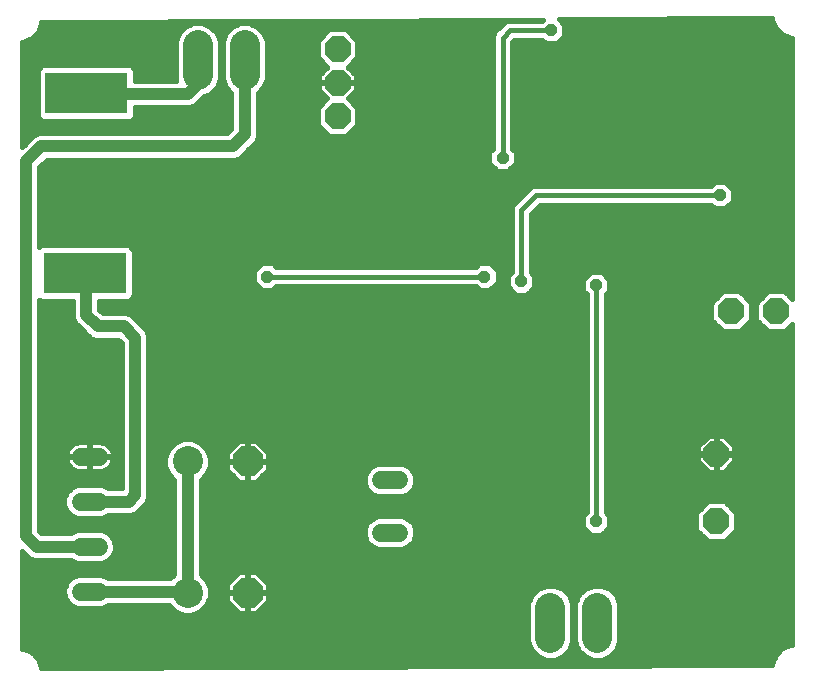
<source format=gbl>
G75*
%MOIN*%
%OFA0B0*%
%FSLAX25Y25*%
%IPPOS*%
%LPD*%
%AMOC8*
5,1,8,0,0,1.08239X$1,22.5*
%
%ADD10R,0.27500X0.13750*%
%ADD11C,0.06000*%
%ADD12C,0.09900*%
%ADD13C,0.10000*%
%ADD14C,0.10000*%
%ADD15OC8,0.10000*%
%ADD16OC8,0.08500*%
%ADD17C,0.01600*%
%ADD18OC8,0.04750*%
%ADD19C,0.04000*%
%ADD20OC8,0.03962*%
D10*
X0029306Y0139931D03*
X0029700Y0199931D03*
D11*
X0027802Y0078775D02*
X0033802Y0078775D01*
X0033802Y0063775D02*
X0027802Y0063775D01*
X0027802Y0048775D02*
X0033802Y0048775D01*
X0033802Y0033775D02*
X0027802Y0033775D01*
X0127950Y0053450D02*
X0133950Y0053450D01*
X0133950Y0070950D02*
X0127950Y0070950D01*
D12*
X0184400Y0028400D02*
X0184400Y0018500D01*
X0200000Y0018500D02*
X0200000Y0028400D01*
X0082500Y0206000D02*
X0082500Y0215900D01*
X0066900Y0215900D02*
X0066900Y0206000D01*
D13*
X0034700Y0199700D02*
X0024700Y0199700D01*
X0024700Y0139700D02*
X0034700Y0139700D01*
D14*
X0063450Y0077200D03*
X0063450Y0033450D03*
D15*
X0083450Y0033450D03*
X0083450Y0077200D03*
D16*
X0113450Y0192200D03*
X0113450Y0203450D03*
X0113450Y0214700D03*
X0244700Y0127200D03*
X0259700Y0127200D03*
X0239700Y0079700D03*
X0239700Y0057200D03*
D17*
X0014756Y0008703D02*
X0013606Y0011480D01*
X0011480Y0013606D01*
X0008703Y0014756D01*
X0008200Y0014756D01*
X0008200Y0047477D01*
X0010633Y0045045D01*
X0012250Y0044375D01*
X0024566Y0044375D01*
X0024744Y0044197D01*
X0026728Y0043375D01*
X0034876Y0043375D01*
X0036861Y0044197D01*
X0038380Y0045716D01*
X0039202Y0047701D01*
X0039202Y0049849D01*
X0038380Y0051834D01*
X0036861Y0053353D01*
X0034876Y0054175D01*
X0026728Y0054175D01*
X0024744Y0053353D01*
X0024566Y0053175D01*
X0014948Y0053175D01*
X0014100Y0054023D01*
X0014100Y0131119D01*
X0014197Y0131022D01*
X0015079Y0130656D01*
X0025300Y0130656D01*
X0025300Y0125075D01*
X0025970Y0123458D01*
X0027208Y0122220D01*
X0030958Y0118470D01*
X0032575Y0117800D01*
X0040377Y0117800D01*
X0041550Y0116627D01*
X0041550Y0068175D01*
X0037039Y0068175D01*
X0036861Y0068353D01*
X0034876Y0069175D01*
X0026728Y0069175D01*
X0024744Y0068353D01*
X0023224Y0066834D01*
X0022402Y0064849D01*
X0022402Y0062701D01*
X0023224Y0060716D01*
X0024744Y0059197D01*
X0026728Y0058375D01*
X0034876Y0058375D01*
X0036861Y0059197D01*
X0037039Y0059375D01*
X0044650Y0059375D01*
X0046267Y0060045D01*
X0048442Y0062220D01*
X0049680Y0063458D01*
X0050350Y0065075D01*
X0050350Y0119325D01*
X0049680Y0120942D01*
X0045930Y0124692D01*
X0044692Y0125930D01*
X0043075Y0126600D01*
X0035273Y0126600D01*
X0034100Y0127773D01*
X0034100Y0130656D01*
X0043534Y0130656D01*
X0044416Y0131022D01*
X0045091Y0131697D01*
X0045456Y0132579D01*
X0045456Y0147284D01*
X0045091Y0148166D01*
X0044416Y0148841D01*
X0043534Y0149206D01*
X0015079Y0149206D01*
X0014197Y0148841D01*
X0014100Y0148744D01*
X0014100Y0175377D01*
X0016523Y0177800D01*
X0079325Y0177800D01*
X0080942Y0178470D01*
X0082180Y0179708D01*
X0086230Y0183758D01*
X0086900Y0185375D01*
X0086900Y0200006D01*
X0088731Y0201837D01*
X0089850Y0204538D01*
X0089850Y0217362D01*
X0088731Y0220063D01*
X0086663Y0222131D01*
X0083962Y0223250D01*
X0081038Y0223250D01*
X0078337Y0222131D01*
X0076269Y0220063D01*
X0075150Y0217362D01*
X0075150Y0204538D01*
X0076269Y0201837D01*
X0078100Y0200006D01*
X0078100Y0188073D01*
X0076627Y0186600D01*
X0013825Y0186600D01*
X0012208Y0185930D01*
X0008200Y0181923D01*
X0008200Y0217144D01*
X0008703Y0217144D01*
X0011480Y0218294D01*
X0013606Y0220420D01*
X0014756Y0223197D01*
X0014756Y0223719D01*
X0182051Y0224497D01*
X0181704Y0224150D01*
X0170313Y0224150D01*
X0169137Y0223663D01*
X0168237Y0222763D01*
X0165737Y0220263D01*
X0165250Y0219087D01*
X0165250Y0181446D01*
X0164069Y0180265D01*
X0164069Y0176635D01*
X0166635Y0174069D01*
X0170265Y0174069D01*
X0172831Y0176635D01*
X0172831Y0180265D01*
X0171650Y0181446D01*
X0171650Y0217125D01*
X0172275Y0217750D01*
X0181704Y0217750D01*
X0182885Y0216569D01*
X0186515Y0216569D01*
X0189081Y0219135D01*
X0189081Y0222765D01*
X0187324Y0224522D01*
X0258394Y0224852D01*
X0258394Y0224447D01*
X0259544Y0221670D01*
X0261670Y0219544D01*
X0264447Y0218394D01*
X0264901Y0218394D01*
X0264901Y0131404D01*
X0262455Y0133850D01*
X0256945Y0133850D01*
X0253050Y0129955D01*
X0253050Y0124445D01*
X0256945Y0120550D01*
X0262455Y0120550D01*
X0264901Y0122996D01*
X0264901Y0016006D01*
X0264447Y0016006D01*
X0261670Y0014856D01*
X0259544Y0012730D01*
X0258394Y0009953D01*
X0258394Y0009392D01*
X0014756Y0008258D01*
X0014756Y0008703D01*
X0014756Y0008594D02*
X0086895Y0008594D01*
X0086267Y0026650D02*
X0083650Y0026650D01*
X0083650Y0033250D01*
X0083650Y0033650D01*
X0090250Y0033650D01*
X0090250Y0036267D01*
X0086267Y0040250D01*
X0083650Y0040250D01*
X0083650Y0033650D01*
X0083250Y0033650D01*
X0083250Y0040250D01*
X0080633Y0040250D01*
X0076650Y0036267D01*
X0076650Y0033650D01*
X0083250Y0033650D01*
X0083250Y0033250D01*
X0083650Y0033250D01*
X0090250Y0033250D01*
X0090250Y0030633D01*
X0086267Y0026650D01*
X0087393Y0027776D02*
X0177050Y0027776D01*
X0177050Y0026178D02*
X0065230Y0026178D01*
X0064922Y0026050D02*
X0067642Y0027177D01*
X0069723Y0029258D01*
X0070850Y0031978D01*
X0070850Y0034922D01*
X0069723Y0037642D01*
X0067850Y0039515D01*
X0067850Y0071135D01*
X0069723Y0073008D01*
X0070850Y0075728D01*
X0070850Y0078672D01*
X0069723Y0081392D01*
X0067642Y0083473D01*
X0064922Y0084600D01*
X0061978Y0084600D01*
X0059258Y0083473D01*
X0057177Y0081392D01*
X0056050Y0078672D01*
X0056050Y0075728D01*
X0057177Y0073008D01*
X0059050Y0071135D01*
X0059050Y0039515D01*
X0057710Y0038175D01*
X0037039Y0038175D01*
X0036861Y0038353D01*
X0034876Y0039175D01*
X0026728Y0039175D01*
X0024744Y0038353D01*
X0023224Y0036834D01*
X0022402Y0034849D01*
X0022402Y0032701D01*
X0023224Y0030716D01*
X0024744Y0029197D01*
X0026728Y0028375D01*
X0034876Y0028375D01*
X0036861Y0029197D01*
X0037039Y0029375D01*
X0057128Y0029375D01*
X0057177Y0029258D01*
X0059258Y0027177D01*
X0061978Y0026050D01*
X0064922Y0026050D01*
X0061670Y0026178D02*
X0008200Y0026178D01*
X0008200Y0027776D02*
X0058659Y0027776D01*
X0057128Y0029375D02*
X0037039Y0029375D01*
X0035381Y0038966D02*
X0058501Y0038966D01*
X0059050Y0040564D02*
X0008200Y0040564D01*
X0008200Y0038966D02*
X0026224Y0038966D01*
X0023758Y0037367D02*
X0008200Y0037367D01*
X0008200Y0035769D02*
X0022783Y0035769D01*
X0022402Y0034170D02*
X0008200Y0034170D01*
X0008200Y0032572D02*
X0022456Y0032572D01*
X0023118Y0030973D02*
X0008200Y0030973D01*
X0008200Y0029375D02*
X0024566Y0029375D01*
X0008200Y0024579D02*
X0177050Y0024579D01*
X0177050Y0022981D02*
X0008200Y0022981D01*
X0008200Y0021382D02*
X0177050Y0021382D01*
X0177050Y0019784D02*
X0008200Y0019784D01*
X0008200Y0018185D02*
X0177050Y0018185D01*
X0177050Y0017038D02*
X0178169Y0014337D01*
X0180237Y0012269D01*
X0182938Y0011150D01*
X0185862Y0011150D01*
X0188563Y0012269D01*
X0190631Y0014337D01*
X0191750Y0017038D01*
X0191750Y0029862D01*
X0190631Y0032563D01*
X0188563Y0034631D01*
X0185862Y0035750D01*
X0182938Y0035750D01*
X0180237Y0034631D01*
X0178169Y0032563D01*
X0177050Y0029862D01*
X0177050Y0017038D01*
X0177237Y0016587D02*
X0008200Y0016587D01*
X0008200Y0014988D02*
X0177899Y0014988D01*
X0179116Y0013390D02*
X0011696Y0013390D01*
X0013295Y0011791D02*
X0181390Y0011791D01*
X0187410Y0011791D02*
X0196990Y0011791D01*
X0195837Y0012269D02*
X0198538Y0011150D01*
X0201462Y0011150D01*
X0204163Y0012269D01*
X0206231Y0014337D01*
X0207350Y0017038D01*
X0207350Y0029862D01*
X0206231Y0032563D01*
X0204163Y0034631D01*
X0201462Y0035750D01*
X0198538Y0035750D01*
X0195837Y0034631D01*
X0193769Y0032563D01*
X0192650Y0029862D01*
X0192650Y0017038D01*
X0193769Y0014337D01*
X0195837Y0012269D01*
X0194716Y0013390D02*
X0189684Y0013390D01*
X0190901Y0014988D02*
X0193499Y0014988D01*
X0192837Y0016587D02*
X0191563Y0016587D01*
X0191750Y0018185D02*
X0192650Y0018185D01*
X0192650Y0019784D02*
X0191750Y0019784D01*
X0191750Y0021382D02*
X0192650Y0021382D01*
X0192650Y0022981D02*
X0191750Y0022981D01*
X0191750Y0024579D02*
X0192650Y0024579D01*
X0192650Y0026178D02*
X0191750Y0026178D01*
X0191750Y0027776D02*
X0192650Y0027776D01*
X0192650Y0029375D02*
X0191750Y0029375D01*
X0191290Y0030973D02*
X0193110Y0030973D01*
X0193777Y0032572D02*
X0190623Y0032572D01*
X0189024Y0034170D02*
X0195376Y0034170D01*
X0204624Y0034170D02*
X0264901Y0034170D01*
X0264901Y0032572D02*
X0206223Y0032572D01*
X0206890Y0030973D02*
X0264901Y0030973D01*
X0264901Y0029375D02*
X0207350Y0029375D01*
X0207350Y0027776D02*
X0264901Y0027776D01*
X0264901Y0026178D02*
X0207350Y0026178D01*
X0207350Y0024579D02*
X0264901Y0024579D01*
X0264901Y0022981D02*
X0207350Y0022981D01*
X0207350Y0021382D02*
X0264901Y0021382D01*
X0264901Y0019784D02*
X0207350Y0019784D01*
X0207350Y0018185D02*
X0264901Y0018185D01*
X0264901Y0016587D02*
X0207163Y0016587D01*
X0206501Y0014988D02*
X0261990Y0014988D01*
X0260204Y0013390D02*
X0205284Y0013390D01*
X0203010Y0011791D02*
X0259155Y0011791D01*
X0258493Y0010193D02*
X0014139Y0010193D01*
X0008200Y0042163D02*
X0059050Y0042163D01*
X0059050Y0043761D02*
X0035810Y0043761D01*
X0038024Y0045360D02*
X0059050Y0045360D01*
X0059050Y0046958D02*
X0038895Y0046958D01*
X0039202Y0048557D02*
X0059050Y0048557D01*
X0059050Y0050155D02*
X0039075Y0050155D01*
X0038413Y0051754D02*
X0059050Y0051754D01*
X0059050Y0053352D02*
X0036862Y0053352D01*
X0045547Y0059746D02*
X0059050Y0059746D01*
X0059050Y0058148D02*
X0014100Y0058148D01*
X0014100Y0059746D02*
X0024194Y0059746D01*
X0022964Y0061345D02*
X0014100Y0061345D01*
X0014100Y0062943D02*
X0022402Y0062943D01*
X0022402Y0064542D02*
X0014100Y0064542D01*
X0014100Y0066140D02*
X0022937Y0066140D01*
X0024130Y0067739D02*
X0014100Y0067739D01*
X0014100Y0069337D02*
X0041550Y0069337D01*
X0041550Y0070936D02*
X0014100Y0070936D01*
X0014100Y0072534D02*
X0041550Y0072534D01*
X0041550Y0074133D02*
X0035049Y0074133D01*
X0034926Y0074093D02*
X0035645Y0074326D01*
X0036318Y0074669D01*
X0036929Y0075114D01*
X0037464Y0075648D01*
X0037908Y0076259D01*
X0038251Y0076932D01*
X0038484Y0077651D01*
X0038602Y0078397D01*
X0038602Y0078575D01*
X0031002Y0078575D01*
X0031002Y0073975D01*
X0034180Y0073975D01*
X0034926Y0074093D01*
X0037524Y0075732D02*
X0041550Y0075732D01*
X0041550Y0077330D02*
X0038380Y0077330D01*
X0038602Y0078975D02*
X0038602Y0079153D01*
X0038484Y0079899D01*
X0038251Y0080617D01*
X0037908Y0081291D01*
X0037464Y0081902D01*
X0036929Y0082436D01*
X0036318Y0082880D01*
X0035645Y0083223D01*
X0034926Y0083457D01*
X0034180Y0083575D01*
X0031002Y0083575D01*
X0031002Y0078975D01*
X0030602Y0078975D01*
X0030602Y0078575D01*
X0023002Y0078575D01*
X0023002Y0078397D01*
X0023121Y0077651D01*
X0023354Y0076932D01*
X0023697Y0076259D01*
X0024141Y0075648D01*
X0024675Y0075114D01*
X0025287Y0074669D01*
X0025960Y0074326D01*
X0026678Y0074093D01*
X0027425Y0073975D01*
X0030602Y0073975D01*
X0030602Y0078575D01*
X0031002Y0078575D01*
X0031002Y0078975D01*
X0038602Y0078975D01*
X0038280Y0080527D02*
X0041550Y0080527D01*
X0041550Y0078929D02*
X0031002Y0078929D01*
X0030602Y0078929D02*
X0014100Y0078929D01*
X0014100Y0080527D02*
X0023325Y0080527D01*
X0023354Y0080617D02*
X0023121Y0079899D01*
X0023002Y0079153D01*
X0023002Y0078975D01*
X0030602Y0078975D01*
X0030602Y0083575D01*
X0027425Y0083575D01*
X0026678Y0083457D01*
X0025960Y0083223D01*
X0025287Y0082880D01*
X0024675Y0082436D01*
X0024141Y0081902D01*
X0023697Y0081291D01*
X0023354Y0080617D01*
X0024365Y0082126D02*
X0014100Y0082126D01*
X0014100Y0083724D02*
X0041550Y0083724D01*
X0041550Y0082126D02*
X0037240Y0082126D01*
X0041550Y0085323D02*
X0014100Y0085323D01*
X0014100Y0086921D02*
X0041550Y0086921D01*
X0041550Y0088520D02*
X0014100Y0088520D01*
X0014100Y0090118D02*
X0041550Y0090118D01*
X0041550Y0091717D02*
X0014100Y0091717D01*
X0014100Y0093315D02*
X0041550Y0093315D01*
X0041550Y0094914D02*
X0014100Y0094914D01*
X0014100Y0096512D02*
X0041550Y0096512D01*
X0041550Y0098111D02*
X0014100Y0098111D01*
X0014100Y0099709D02*
X0041550Y0099709D01*
X0041550Y0101308D02*
X0014100Y0101308D01*
X0014100Y0102906D02*
X0041550Y0102906D01*
X0041550Y0104505D02*
X0014100Y0104505D01*
X0014100Y0106103D02*
X0041550Y0106103D01*
X0041550Y0107702D02*
X0014100Y0107702D01*
X0014100Y0109300D02*
X0041550Y0109300D01*
X0041550Y0110899D02*
X0014100Y0110899D01*
X0014100Y0112497D02*
X0041550Y0112497D01*
X0041550Y0114096D02*
X0014100Y0114096D01*
X0014100Y0115694D02*
X0041550Y0115694D01*
X0040885Y0117293D02*
X0014100Y0117293D01*
X0014100Y0118891D02*
X0030536Y0118891D01*
X0028938Y0120490D02*
X0014100Y0120490D01*
X0014100Y0122088D02*
X0027339Y0122088D01*
X0025875Y0123687D02*
X0014100Y0123687D01*
X0014100Y0125285D02*
X0025300Y0125285D01*
X0025300Y0126884D02*
X0014100Y0126884D01*
X0014100Y0128482D02*
X0025300Y0128482D01*
X0025300Y0130081D02*
X0014100Y0130081D01*
X0034100Y0130081D02*
X0196500Y0130081D01*
X0196500Y0131679D02*
X0045074Y0131679D01*
X0045456Y0133278D02*
X0172426Y0133278D01*
X0172885Y0132819D02*
X0170319Y0135385D01*
X0170319Y0139015D01*
X0171500Y0140196D01*
X0171500Y0161587D01*
X0171987Y0162763D01*
X0176987Y0167763D01*
X0177887Y0168663D01*
X0179063Y0169150D01*
X0237954Y0169150D01*
X0239135Y0170331D01*
X0242765Y0170331D01*
X0245331Y0167765D01*
X0245331Y0164135D01*
X0242765Y0161569D01*
X0239135Y0161569D01*
X0237954Y0162750D01*
X0181025Y0162750D01*
X0177900Y0159625D01*
X0177900Y0140196D01*
X0179081Y0139015D01*
X0179081Y0135385D01*
X0176515Y0132819D01*
X0172885Y0132819D01*
X0170828Y0134876D02*
X0164694Y0134876D01*
X0164251Y0134433D02*
X0166817Y0136999D01*
X0166817Y0140629D01*
X0164251Y0143195D01*
X0160622Y0143195D01*
X0159440Y0142014D01*
X0092991Y0142014D01*
X0091810Y0143195D01*
X0088181Y0143195D01*
X0085614Y0140629D01*
X0085614Y0136999D01*
X0088181Y0134433D01*
X0091810Y0134433D01*
X0092991Y0135614D01*
X0159440Y0135614D01*
X0160622Y0134433D01*
X0164251Y0134433D01*
X0166293Y0136475D02*
X0170319Y0136475D01*
X0170319Y0138073D02*
X0166817Y0138073D01*
X0166817Y0139672D02*
X0170976Y0139672D01*
X0171500Y0141270D02*
X0166176Y0141270D01*
X0164577Y0142869D02*
X0171500Y0142869D01*
X0171500Y0144468D02*
X0045456Y0144468D01*
X0045456Y0146066D02*
X0171500Y0146066D01*
X0171500Y0147665D02*
X0045299Y0147665D01*
X0045456Y0142869D02*
X0087854Y0142869D01*
X0086256Y0141270D02*
X0045456Y0141270D01*
X0045456Y0139672D02*
X0085614Y0139672D01*
X0085614Y0138073D02*
X0045456Y0138073D01*
X0045456Y0136475D02*
X0086139Y0136475D01*
X0087737Y0134876D02*
X0045456Y0134876D01*
X0045337Y0125285D02*
X0196500Y0125285D01*
X0196500Y0123687D02*
X0046936Y0123687D01*
X0048534Y0122088D02*
X0196500Y0122088D01*
X0196500Y0120490D02*
X0049868Y0120490D01*
X0050350Y0118891D02*
X0196500Y0118891D01*
X0196500Y0117293D02*
X0050350Y0117293D01*
X0050350Y0115694D02*
X0196500Y0115694D01*
X0196500Y0114096D02*
X0050350Y0114096D01*
X0050350Y0112497D02*
X0196500Y0112497D01*
X0196500Y0110899D02*
X0050350Y0110899D01*
X0050350Y0109300D02*
X0196500Y0109300D01*
X0196500Y0107702D02*
X0050350Y0107702D01*
X0050350Y0106103D02*
X0196500Y0106103D01*
X0196500Y0104505D02*
X0050350Y0104505D01*
X0050350Y0102906D02*
X0196500Y0102906D01*
X0196500Y0101308D02*
X0050350Y0101308D01*
X0050350Y0099709D02*
X0196500Y0099709D01*
X0196500Y0098111D02*
X0050350Y0098111D01*
X0050350Y0096512D02*
X0196500Y0096512D01*
X0196500Y0094914D02*
X0050350Y0094914D01*
X0050350Y0093315D02*
X0196500Y0093315D01*
X0196500Y0091717D02*
X0050350Y0091717D01*
X0050350Y0090118D02*
X0196500Y0090118D01*
X0196500Y0088520D02*
X0050350Y0088520D01*
X0050350Y0086921D02*
X0196500Y0086921D01*
X0196500Y0085323D02*
X0050350Y0085323D01*
X0050350Y0083724D02*
X0059863Y0083724D01*
X0057910Y0082126D02*
X0050350Y0082126D01*
X0050350Y0080527D02*
X0056818Y0080527D01*
X0056156Y0078929D02*
X0050350Y0078929D01*
X0050350Y0077330D02*
X0056050Y0077330D01*
X0056050Y0075732D02*
X0050350Y0075732D01*
X0050350Y0074133D02*
X0056711Y0074133D01*
X0057650Y0072534D02*
X0050350Y0072534D01*
X0050350Y0070936D02*
X0059050Y0070936D01*
X0059050Y0069337D02*
X0050350Y0069337D01*
X0050350Y0067739D02*
X0059050Y0067739D01*
X0059050Y0066140D02*
X0050350Y0066140D01*
X0050129Y0064542D02*
X0059050Y0064542D01*
X0059050Y0062943D02*
X0049166Y0062943D01*
X0047567Y0061345D02*
X0059050Y0061345D01*
X0059050Y0056549D02*
X0014100Y0056549D01*
X0014100Y0054951D02*
X0059050Y0054951D01*
X0067850Y0054951D02*
X0122727Y0054951D01*
X0122550Y0054524D02*
X0122550Y0052376D01*
X0123372Y0050391D01*
X0124891Y0048872D01*
X0126876Y0048050D01*
X0135024Y0048050D01*
X0137009Y0048872D01*
X0138528Y0050391D01*
X0139350Y0052376D01*
X0139350Y0054524D01*
X0138528Y0056509D01*
X0137009Y0058028D01*
X0135024Y0058850D01*
X0126876Y0058850D01*
X0124891Y0058028D01*
X0123372Y0056509D01*
X0122550Y0054524D01*
X0122550Y0053352D02*
X0067850Y0053352D01*
X0067850Y0051754D02*
X0122808Y0051754D01*
X0123608Y0050155D02*
X0067850Y0050155D01*
X0067850Y0048557D02*
X0125652Y0048557D01*
X0136248Y0048557D02*
X0264901Y0048557D01*
X0264901Y0050155D02*
X0138292Y0050155D01*
X0139092Y0051754D02*
X0235742Y0051754D01*
X0236945Y0050550D02*
X0233050Y0054445D01*
X0233050Y0059955D01*
X0236945Y0063850D01*
X0242455Y0063850D01*
X0246350Y0059955D01*
X0246350Y0054445D01*
X0242455Y0050550D01*
X0236945Y0050550D01*
X0234143Y0053352D02*
X0202048Y0053352D01*
X0201515Y0052819D02*
X0204081Y0055385D01*
X0204081Y0059015D01*
X0202900Y0060196D01*
X0202900Y0132954D01*
X0204081Y0134135D01*
X0204081Y0137765D01*
X0201515Y0140331D01*
X0197885Y0140331D01*
X0195319Y0137765D01*
X0195319Y0134135D01*
X0196500Y0132954D01*
X0196500Y0060196D01*
X0195319Y0059015D01*
X0195319Y0055385D01*
X0197885Y0052819D01*
X0201515Y0052819D01*
X0203647Y0054951D02*
X0233050Y0054951D01*
X0233050Y0056549D02*
X0204081Y0056549D01*
X0204081Y0058148D02*
X0233050Y0058148D01*
X0233050Y0059746D02*
X0203349Y0059746D01*
X0202900Y0061345D02*
X0234440Y0061345D01*
X0236039Y0062943D02*
X0202900Y0062943D01*
X0202900Y0064542D02*
X0264901Y0064542D01*
X0264901Y0066140D02*
X0202900Y0066140D01*
X0202900Y0067739D02*
X0264901Y0067739D01*
X0264901Y0069337D02*
X0202900Y0069337D01*
X0202900Y0070936D02*
X0264901Y0070936D01*
X0264901Y0072534D02*
X0202900Y0072534D01*
X0202900Y0074133D02*
X0236711Y0074133D01*
X0237194Y0073650D02*
X0239500Y0073650D01*
X0239500Y0079500D01*
X0239900Y0079500D01*
X0239900Y0079900D01*
X0245750Y0079900D01*
X0245750Y0082206D01*
X0242206Y0085750D01*
X0239900Y0085750D01*
X0239900Y0079900D01*
X0239500Y0079900D01*
X0239500Y0085750D01*
X0237194Y0085750D01*
X0233650Y0082206D01*
X0233650Y0079900D01*
X0239500Y0079900D01*
X0239500Y0079500D01*
X0233650Y0079500D01*
X0233650Y0077194D01*
X0237194Y0073650D01*
X0239500Y0074133D02*
X0239900Y0074133D01*
X0239900Y0073650D02*
X0242206Y0073650D01*
X0245750Y0077194D01*
X0245750Y0079500D01*
X0239900Y0079500D01*
X0239900Y0073650D01*
X0239900Y0075732D02*
X0239500Y0075732D01*
X0239500Y0077330D02*
X0239900Y0077330D01*
X0239900Y0078929D02*
X0239500Y0078929D01*
X0239500Y0080527D02*
X0239900Y0080527D01*
X0239900Y0082126D02*
X0239500Y0082126D01*
X0239500Y0083724D02*
X0239900Y0083724D01*
X0239900Y0085323D02*
X0239500Y0085323D01*
X0236767Y0085323D02*
X0202900Y0085323D01*
X0202900Y0086921D02*
X0264901Y0086921D01*
X0264901Y0085323D02*
X0242633Y0085323D01*
X0244232Y0083724D02*
X0264901Y0083724D01*
X0264901Y0082126D02*
X0245750Y0082126D01*
X0245750Y0080527D02*
X0264901Y0080527D01*
X0264901Y0078929D02*
X0245750Y0078929D01*
X0245750Y0077330D02*
X0264901Y0077330D01*
X0264901Y0075732D02*
X0244287Y0075732D01*
X0242689Y0074133D02*
X0264901Y0074133D01*
X0264901Y0062943D02*
X0243361Y0062943D01*
X0244960Y0061345D02*
X0264901Y0061345D01*
X0264901Y0059746D02*
X0246350Y0059746D01*
X0246350Y0058148D02*
X0264901Y0058148D01*
X0264901Y0056549D02*
X0246350Y0056549D01*
X0246350Y0054951D02*
X0264901Y0054951D01*
X0264901Y0053352D02*
X0245257Y0053352D01*
X0243658Y0051754D02*
X0264901Y0051754D01*
X0264901Y0046958D02*
X0067850Y0046958D01*
X0067850Y0045360D02*
X0264901Y0045360D01*
X0264901Y0043761D02*
X0067850Y0043761D01*
X0067850Y0042163D02*
X0264901Y0042163D01*
X0264901Y0040564D02*
X0067850Y0040564D01*
X0068399Y0038966D02*
X0079349Y0038966D01*
X0077751Y0037367D02*
X0069837Y0037367D01*
X0070499Y0035769D02*
X0076650Y0035769D01*
X0076650Y0034170D02*
X0070850Y0034170D01*
X0070850Y0032572D02*
X0076650Y0032572D01*
X0076650Y0033250D02*
X0076650Y0030633D01*
X0080633Y0026650D01*
X0083250Y0026650D01*
X0083250Y0033250D01*
X0076650Y0033250D01*
X0076650Y0030973D02*
X0070434Y0030973D01*
X0069772Y0029375D02*
X0077909Y0029375D01*
X0079507Y0027776D02*
X0068241Y0027776D01*
X0083250Y0027776D02*
X0083650Y0027776D01*
X0083650Y0029375D02*
X0083250Y0029375D01*
X0083250Y0030973D02*
X0083650Y0030973D01*
X0083650Y0032572D02*
X0083250Y0032572D01*
X0083250Y0034170D02*
X0083650Y0034170D01*
X0083650Y0035769D02*
X0083250Y0035769D01*
X0083250Y0037367D02*
X0083650Y0037367D01*
X0083650Y0038966D02*
X0083250Y0038966D01*
X0087551Y0038966D02*
X0264901Y0038966D01*
X0264901Y0037367D02*
X0089149Y0037367D01*
X0090250Y0035769D02*
X0264901Y0035769D01*
X0235112Y0075732D02*
X0202900Y0075732D01*
X0202900Y0077330D02*
X0233650Y0077330D01*
X0233650Y0078929D02*
X0202900Y0078929D01*
X0202900Y0080527D02*
X0233650Y0080527D01*
X0233650Y0082126D02*
X0202900Y0082126D01*
X0202900Y0083724D02*
X0235168Y0083724D01*
X0264901Y0088520D02*
X0202900Y0088520D01*
X0202900Y0090118D02*
X0264901Y0090118D01*
X0264901Y0091717D02*
X0202900Y0091717D01*
X0202900Y0093315D02*
X0264901Y0093315D01*
X0264901Y0094914D02*
X0202900Y0094914D01*
X0202900Y0096512D02*
X0264901Y0096512D01*
X0264901Y0098111D02*
X0202900Y0098111D01*
X0202900Y0099709D02*
X0264901Y0099709D01*
X0264901Y0101308D02*
X0202900Y0101308D01*
X0202900Y0102906D02*
X0264901Y0102906D01*
X0264901Y0104505D02*
X0202900Y0104505D01*
X0202900Y0106103D02*
X0264901Y0106103D01*
X0264901Y0107702D02*
X0202900Y0107702D01*
X0202900Y0109300D02*
X0264901Y0109300D01*
X0264901Y0110899D02*
X0202900Y0110899D01*
X0202900Y0112497D02*
X0264901Y0112497D01*
X0264901Y0114096D02*
X0202900Y0114096D01*
X0202900Y0115694D02*
X0264901Y0115694D01*
X0264901Y0117293D02*
X0202900Y0117293D01*
X0202900Y0118891D02*
X0264901Y0118891D01*
X0264901Y0120490D02*
X0202900Y0120490D01*
X0202900Y0122088D02*
X0240407Y0122088D01*
X0241945Y0120550D02*
X0238050Y0124445D01*
X0238050Y0129955D01*
X0241945Y0133850D01*
X0247455Y0133850D01*
X0251350Y0129955D01*
X0251350Y0124445D01*
X0247455Y0120550D01*
X0241945Y0120550D01*
X0238809Y0123687D02*
X0202900Y0123687D01*
X0202900Y0125285D02*
X0238050Y0125285D01*
X0238050Y0126884D02*
X0202900Y0126884D01*
X0202900Y0128482D02*
X0238050Y0128482D01*
X0238176Y0130081D02*
X0202900Y0130081D01*
X0202900Y0131679D02*
X0239775Y0131679D01*
X0241373Y0133278D02*
X0203224Y0133278D01*
X0204081Y0134876D02*
X0264901Y0134876D01*
X0264901Y0133278D02*
X0263027Y0133278D01*
X0264625Y0131679D02*
X0264901Y0131679D01*
X0264901Y0136475D02*
X0204081Y0136475D01*
X0203772Y0138073D02*
X0264901Y0138073D01*
X0264901Y0139672D02*
X0202174Y0139672D01*
X0199700Y0135950D02*
X0199700Y0057200D01*
X0195319Y0056549D02*
X0138487Y0056549D01*
X0139173Y0054951D02*
X0195753Y0054951D01*
X0197352Y0053352D02*
X0139350Y0053352D01*
X0136719Y0058148D02*
X0195319Y0058148D01*
X0196051Y0059746D02*
X0067850Y0059746D01*
X0067850Y0058148D02*
X0125181Y0058148D01*
X0123413Y0056549D02*
X0067850Y0056549D01*
X0067850Y0061345D02*
X0196500Y0061345D01*
X0196500Y0062943D02*
X0067850Y0062943D01*
X0067850Y0064542D02*
X0196500Y0064542D01*
X0196500Y0066140D02*
X0136450Y0066140D01*
X0137009Y0066372D02*
X0135024Y0065550D01*
X0126876Y0065550D01*
X0124891Y0066372D01*
X0123372Y0067891D01*
X0122550Y0069876D01*
X0122550Y0072024D01*
X0123372Y0074009D01*
X0124891Y0075528D01*
X0126876Y0076350D01*
X0135024Y0076350D01*
X0137009Y0075528D01*
X0138528Y0074009D01*
X0139350Y0072024D01*
X0139350Y0069876D01*
X0138528Y0067891D01*
X0137009Y0066372D01*
X0138376Y0067739D02*
X0196500Y0067739D01*
X0196500Y0069337D02*
X0139127Y0069337D01*
X0139350Y0070936D02*
X0196500Y0070936D01*
X0196500Y0072534D02*
X0139139Y0072534D01*
X0138404Y0074133D02*
X0196500Y0074133D01*
X0196500Y0075732D02*
X0136517Y0075732D01*
X0125383Y0075732D02*
X0090250Y0075732D01*
X0090250Y0077000D02*
X0090250Y0074383D01*
X0086267Y0070400D01*
X0083650Y0070400D01*
X0083650Y0077000D01*
X0083650Y0077400D01*
X0090250Y0077400D01*
X0090250Y0080017D01*
X0086267Y0084000D01*
X0083650Y0084000D01*
X0083650Y0077400D01*
X0083250Y0077400D01*
X0083250Y0084000D01*
X0080633Y0084000D01*
X0076650Y0080017D01*
X0076650Y0077400D01*
X0083250Y0077400D01*
X0083250Y0077000D01*
X0083650Y0077000D01*
X0090250Y0077000D01*
X0090250Y0078929D02*
X0196500Y0078929D01*
X0196500Y0080527D02*
X0089740Y0080527D01*
X0088141Y0082126D02*
X0196500Y0082126D01*
X0196500Y0083724D02*
X0086543Y0083724D01*
X0083650Y0083724D02*
X0083250Y0083724D01*
X0083250Y0082126D02*
X0083650Y0082126D01*
X0083650Y0080527D02*
X0083250Y0080527D01*
X0083250Y0078929D02*
X0083650Y0078929D01*
X0083650Y0077330D02*
X0196500Y0077330D01*
X0179776Y0034170D02*
X0090250Y0034170D01*
X0090250Y0032572D02*
X0178177Y0032572D01*
X0177510Y0030973D02*
X0090250Y0030973D01*
X0088991Y0029375D02*
X0177050Y0029375D01*
X0125450Y0066140D02*
X0067850Y0066140D01*
X0067850Y0067739D02*
X0123524Y0067739D01*
X0122773Y0069337D02*
X0067850Y0069337D01*
X0067850Y0070936D02*
X0080097Y0070936D01*
X0080633Y0070400D02*
X0083250Y0070400D01*
X0083250Y0077000D01*
X0076650Y0077000D01*
X0076650Y0074383D01*
X0080633Y0070400D01*
X0083250Y0070936D02*
X0083650Y0070936D01*
X0083650Y0072534D02*
X0083250Y0072534D01*
X0083250Y0074133D02*
X0083650Y0074133D01*
X0083650Y0075732D02*
X0083250Y0075732D01*
X0083250Y0077330D02*
X0070850Y0077330D01*
X0070850Y0075732D02*
X0076650Y0075732D01*
X0076900Y0074133D02*
X0070189Y0074133D01*
X0069250Y0072534D02*
X0078499Y0072534D01*
X0076650Y0078929D02*
X0070744Y0078929D01*
X0070082Y0080527D02*
X0077160Y0080527D01*
X0078759Y0082126D02*
X0068990Y0082126D01*
X0067037Y0083724D02*
X0080357Y0083724D01*
X0090000Y0074133D02*
X0123496Y0074133D01*
X0122761Y0072534D02*
X0088401Y0072534D01*
X0086803Y0070936D02*
X0122550Y0070936D01*
X0092253Y0134876D02*
X0160178Y0134876D01*
X0162436Y0138814D02*
X0089995Y0138814D01*
X0092136Y0142869D02*
X0160295Y0142869D01*
X0171500Y0149263D02*
X0014100Y0149263D01*
X0014100Y0150862D02*
X0171500Y0150862D01*
X0171500Y0152460D02*
X0014100Y0152460D01*
X0014100Y0154059D02*
X0171500Y0154059D01*
X0171500Y0155657D02*
X0014100Y0155657D01*
X0014100Y0157256D02*
X0171500Y0157256D01*
X0171500Y0158854D02*
X0014100Y0158854D01*
X0014100Y0160453D02*
X0171500Y0160453D01*
X0171692Y0162051D02*
X0014100Y0162051D01*
X0014100Y0163650D02*
X0172874Y0163650D01*
X0174473Y0165248D02*
X0014100Y0165248D01*
X0014100Y0166847D02*
X0176071Y0166847D01*
X0177670Y0168445D02*
X0014100Y0168445D01*
X0014100Y0170044D02*
X0238848Y0170044D01*
X0243052Y0170044D02*
X0264901Y0170044D01*
X0264901Y0171642D02*
X0014100Y0171642D01*
X0014100Y0173241D02*
X0264901Y0173241D01*
X0264901Y0174839D02*
X0171035Y0174839D01*
X0172634Y0176438D02*
X0264901Y0176438D01*
X0264901Y0178036D02*
X0172831Y0178036D01*
X0172831Y0179635D02*
X0264901Y0179635D01*
X0264901Y0181233D02*
X0171863Y0181233D01*
X0171650Y0182832D02*
X0264901Y0182832D01*
X0264901Y0184430D02*
X0171650Y0184430D01*
X0171650Y0186029D02*
X0264901Y0186029D01*
X0264901Y0187627D02*
X0171650Y0187627D01*
X0171650Y0189226D02*
X0264901Y0189226D01*
X0264901Y0190824D02*
X0171650Y0190824D01*
X0171650Y0192423D02*
X0264901Y0192423D01*
X0264901Y0194021D02*
X0171650Y0194021D01*
X0171650Y0195620D02*
X0264901Y0195620D01*
X0264901Y0197218D02*
X0171650Y0197218D01*
X0171650Y0198817D02*
X0264901Y0198817D01*
X0264901Y0200415D02*
X0171650Y0200415D01*
X0171650Y0202014D02*
X0264901Y0202014D01*
X0264901Y0203612D02*
X0171650Y0203612D01*
X0171650Y0205211D02*
X0264901Y0205211D01*
X0264901Y0206809D02*
X0171650Y0206809D01*
X0171650Y0208408D02*
X0264901Y0208408D01*
X0264901Y0210006D02*
X0171650Y0210006D01*
X0171650Y0211605D02*
X0264901Y0211605D01*
X0264901Y0213203D02*
X0171650Y0213203D01*
X0171650Y0214802D02*
X0264901Y0214802D01*
X0264901Y0216401D02*
X0171650Y0216401D01*
X0168450Y0218450D02*
X0170950Y0220950D01*
X0184700Y0220950D01*
X0187945Y0217999D02*
X0264901Y0217999D01*
X0261617Y0219598D02*
X0189081Y0219598D01*
X0189081Y0221196D02*
X0260018Y0221196D01*
X0259079Y0222795D02*
X0189051Y0222795D01*
X0187453Y0224393D02*
X0258416Y0224393D01*
X0264901Y0168445D02*
X0244651Y0168445D01*
X0245331Y0166847D02*
X0264901Y0166847D01*
X0264901Y0165248D02*
X0245331Y0165248D01*
X0244845Y0163650D02*
X0264901Y0163650D01*
X0264901Y0162051D02*
X0243247Y0162051D01*
X0240950Y0165950D02*
X0179700Y0165950D01*
X0174700Y0160950D01*
X0174700Y0137200D01*
X0176974Y0133278D02*
X0196176Y0133278D01*
X0195319Y0134876D02*
X0178572Y0134876D01*
X0179081Y0136475D02*
X0195319Y0136475D01*
X0195628Y0138073D02*
X0179081Y0138073D01*
X0178424Y0139672D02*
X0197226Y0139672D01*
X0196500Y0128482D02*
X0034100Y0128482D01*
X0034989Y0126884D02*
X0196500Y0126884D01*
X0177900Y0141270D02*
X0264901Y0141270D01*
X0264901Y0142869D02*
X0177900Y0142869D01*
X0177900Y0144468D02*
X0264901Y0144468D01*
X0264901Y0146066D02*
X0177900Y0146066D01*
X0177900Y0147665D02*
X0264901Y0147665D01*
X0264901Y0149263D02*
X0177900Y0149263D01*
X0177900Y0150862D02*
X0264901Y0150862D01*
X0264901Y0152460D02*
X0177900Y0152460D01*
X0177900Y0154059D02*
X0264901Y0154059D01*
X0264901Y0155657D02*
X0177900Y0155657D01*
X0177900Y0157256D02*
X0264901Y0157256D01*
X0264901Y0158854D02*
X0177900Y0158854D01*
X0178728Y0160453D02*
X0264901Y0160453D01*
X0238653Y0162051D02*
X0180327Y0162051D01*
X0165865Y0174839D02*
X0014100Y0174839D01*
X0015160Y0176438D02*
X0164266Y0176438D01*
X0164069Y0178036D02*
X0079896Y0178036D01*
X0082107Y0179635D02*
X0164069Y0179635D01*
X0165037Y0181233D02*
X0083706Y0181233D01*
X0085304Y0182832D02*
X0165250Y0182832D01*
X0165250Y0184430D02*
X0086509Y0184430D01*
X0086900Y0186029D02*
X0110217Y0186029D01*
X0110695Y0185550D02*
X0116205Y0185550D01*
X0120100Y0189445D01*
X0120100Y0194955D01*
X0116805Y0198249D01*
X0119500Y0200944D01*
X0119500Y0203250D01*
X0113650Y0203250D01*
X0113650Y0203650D01*
X0119500Y0203650D01*
X0119500Y0205956D01*
X0116805Y0208651D01*
X0120100Y0211945D01*
X0120100Y0217455D01*
X0116205Y0221350D01*
X0110695Y0221350D01*
X0106800Y0217455D01*
X0106800Y0211945D01*
X0110095Y0208651D01*
X0107400Y0205956D01*
X0107400Y0203650D01*
X0113250Y0203650D01*
X0113250Y0203250D01*
X0107400Y0203250D01*
X0107400Y0200944D01*
X0110095Y0198249D01*
X0106800Y0194955D01*
X0106800Y0189445D01*
X0110695Y0185550D01*
X0108618Y0187627D02*
X0086900Y0187627D01*
X0086900Y0189226D02*
X0107020Y0189226D01*
X0106800Y0190824D02*
X0086900Y0190824D01*
X0086900Y0192423D02*
X0106800Y0192423D01*
X0106800Y0194021D02*
X0086900Y0194021D01*
X0086900Y0195620D02*
X0107465Y0195620D01*
X0109064Y0197218D02*
X0086900Y0197218D01*
X0086900Y0198817D02*
X0109527Y0198817D01*
X0107929Y0200415D02*
X0087310Y0200415D01*
X0088804Y0202014D02*
X0107400Y0202014D01*
X0107400Y0205211D02*
X0089850Y0205211D01*
X0089850Y0206809D02*
X0108253Y0206809D01*
X0109852Y0208408D02*
X0089850Y0208408D01*
X0089850Y0210006D02*
X0108739Y0210006D01*
X0107141Y0211605D02*
X0089850Y0211605D01*
X0089850Y0213203D02*
X0106800Y0213203D01*
X0106800Y0214802D02*
X0089850Y0214802D01*
X0089850Y0216401D02*
X0106800Y0216401D01*
X0107345Y0217999D02*
X0089586Y0217999D01*
X0088924Y0219598D02*
X0108943Y0219598D01*
X0110542Y0221196D02*
X0087598Y0221196D01*
X0085062Y0222795D02*
X0168269Y0222795D01*
X0166671Y0221196D02*
X0116358Y0221196D01*
X0117957Y0219598D02*
X0165462Y0219598D01*
X0165250Y0217999D02*
X0119555Y0217999D01*
X0120100Y0216401D02*
X0165250Y0216401D01*
X0165250Y0214802D02*
X0120100Y0214802D01*
X0120100Y0213203D02*
X0165250Y0213203D01*
X0165250Y0211605D02*
X0119759Y0211605D01*
X0118161Y0210006D02*
X0165250Y0210006D01*
X0165250Y0208408D02*
X0117048Y0208408D01*
X0118647Y0206809D02*
X0165250Y0206809D01*
X0165250Y0205211D02*
X0119500Y0205211D01*
X0119500Y0202014D02*
X0165250Y0202014D01*
X0165250Y0203612D02*
X0113650Y0203612D01*
X0113250Y0203612D02*
X0089467Y0203612D01*
X0077690Y0200415D02*
X0071710Y0200415D01*
X0071063Y0199769D02*
X0073131Y0201837D01*
X0074250Y0204538D01*
X0074250Y0217362D01*
X0073131Y0220063D01*
X0071063Y0222131D01*
X0068362Y0223250D01*
X0065438Y0223250D01*
X0062737Y0222131D01*
X0060669Y0220063D01*
X0059550Y0217362D01*
X0059550Y0204538D01*
X0059731Y0204100D01*
X0045850Y0204100D01*
X0045850Y0207284D01*
X0045485Y0208166D01*
X0044809Y0208841D01*
X0043927Y0209206D01*
X0015473Y0209206D01*
X0014591Y0208841D01*
X0013915Y0208166D01*
X0013550Y0207284D01*
X0013550Y0192579D01*
X0013915Y0191697D01*
X0014591Y0191022D01*
X0015473Y0190656D01*
X0043927Y0190656D01*
X0044809Y0191022D01*
X0045485Y0191697D01*
X0045850Y0192579D01*
X0045850Y0195300D01*
X0064325Y0195300D01*
X0065942Y0195970D01*
X0068807Y0198834D01*
X0071063Y0199769D01*
X0068789Y0198817D02*
X0078100Y0198817D01*
X0078100Y0197218D02*
X0067191Y0197218D01*
X0065097Y0195620D02*
X0078100Y0195620D01*
X0078100Y0194021D02*
X0045850Y0194021D01*
X0045785Y0192423D02*
X0078100Y0192423D01*
X0078100Y0190824D02*
X0044333Y0190824D01*
X0045850Y0205211D02*
X0059550Y0205211D01*
X0059550Y0206809D02*
X0045850Y0206809D01*
X0045242Y0208408D02*
X0059550Y0208408D01*
X0059550Y0210006D02*
X0008200Y0210006D01*
X0008200Y0208408D02*
X0014158Y0208408D01*
X0013550Y0206809D02*
X0008200Y0206809D01*
X0008200Y0205211D02*
X0013550Y0205211D01*
X0013550Y0203612D02*
X0008200Y0203612D01*
X0008200Y0202014D02*
X0013550Y0202014D01*
X0013550Y0200415D02*
X0008200Y0200415D01*
X0008200Y0198817D02*
X0013550Y0198817D01*
X0013550Y0197218D02*
X0008200Y0197218D01*
X0008200Y0195620D02*
X0013550Y0195620D01*
X0013550Y0194021D02*
X0008200Y0194021D01*
X0008200Y0192423D02*
X0013615Y0192423D01*
X0015067Y0190824D02*
X0008200Y0190824D01*
X0008200Y0189226D02*
X0078100Y0189226D01*
X0077655Y0187627D02*
X0008200Y0187627D01*
X0008200Y0186029D02*
X0012446Y0186029D01*
X0010708Y0184430D02*
X0008200Y0184430D01*
X0008200Y0182832D02*
X0009109Y0182832D01*
X0008200Y0211605D02*
X0059550Y0211605D01*
X0059550Y0213203D02*
X0008200Y0213203D01*
X0008200Y0214802D02*
X0059550Y0214802D01*
X0059550Y0216401D02*
X0008200Y0216401D01*
X0010767Y0217999D02*
X0059814Y0217999D01*
X0060476Y0219598D02*
X0012783Y0219598D01*
X0013927Y0221196D02*
X0061802Y0221196D01*
X0064338Y0222795D02*
X0014589Y0222795D01*
X0069462Y0222795D02*
X0079938Y0222795D01*
X0077402Y0221196D02*
X0071998Y0221196D01*
X0073324Y0219598D02*
X0076076Y0219598D01*
X0075414Y0217999D02*
X0073986Y0217999D01*
X0074250Y0216401D02*
X0075150Y0216401D01*
X0075150Y0214802D02*
X0074250Y0214802D01*
X0074250Y0213203D02*
X0075150Y0213203D01*
X0075150Y0211605D02*
X0074250Y0211605D01*
X0074250Y0210006D02*
X0075150Y0210006D01*
X0075150Y0208408D02*
X0074250Y0208408D01*
X0074250Y0206809D02*
X0075150Y0206809D01*
X0075150Y0205211D02*
X0074250Y0205211D01*
X0073867Y0203612D02*
X0075533Y0203612D01*
X0076195Y0202014D02*
X0073204Y0202014D01*
X0117373Y0198817D02*
X0165250Y0198817D01*
X0165250Y0200415D02*
X0118971Y0200415D01*
X0117836Y0197218D02*
X0165250Y0197218D01*
X0165250Y0195620D02*
X0119435Y0195620D01*
X0120100Y0194021D02*
X0165250Y0194021D01*
X0165250Y0192423D02*
X0120100Y0192423D01*
X0120100Y0190824D02*
X0165250Y0190824D01*
X0165250Y0189226D02*
X0119880Y0189226D01*
X0118282Y0187627D02*
X0165250Y0187627D01*
X0165250Y0186029D02*
X0116683Y0186029D01*
X0159659Y0224393D02*
X0181947Y0224393D01*
X0168450Y0218450D02*
X0168450Y0178450D01*
X0248027Y0133278D02*
X0256373Y0133278D01*
X0254775Y0131679D02*
X0249625Y0131679D01*
X0251224Y0130081D02*
X0253176Y0130081D01*
X0253050Y0128482D02*
X0251350Y0128482D01*
X0251350Y0126884D02*
X0253050Y0126884D01*
X0253050Y0125285D02*
X0251350Y0125285D01*
X0250591Y0123687D02*
X0253809Y0123687D01*
X0255407Y0122088D02*
X0248993Y0122088D01*
X0263993Y0122088D02*
X0264901Y0122088D01*
X0031002Y0082126D02*
X0030602Y0082126D01*
X0030602Y0080527D02*
X0031002Y0080527D01*
X0031002Y0077330D02*
X0030602Y0077330D01*
X0030602Y0075732D02*
X0031002Y0075732D01*
X0031002Y0074133D02*
X0030602Y0074133D01*
X0026555Y0074133D02*
X0014100Y0074133D01*
X0014100Y0075732D02*
X0024080Y0075732D01*
X0023225Y0077330D02*
X0014100Y0077330D01*
X0014770Y0053352D02*
X0024743Y0053352D01*
X0025795Y0043761D02*
X0008200Y0043761D01*
X0008200Y0045360D02*
X0010318Y0045360D01*
X0008719Y0046958D02*
X0008200Y0046958D01*
D18*
X0025950Y0097200D03*
X0025950Y0104700D03*
X0033450Y0104700D03*
X0033450Y0097200D03*
X0079700Y0104700D03*
X0097200Y0104700D03*
X0087200Y0065950D03*
X0079700Y0065950D03*
X0079700Y0058450D03*
X0087200Y0058450D03*
X0087200Y0050950D03*
X0079700Y0050950D03*
X0079700Y0043450D03*
X0087200Y0043450D03*
X0160950Y0100950D03*
X0160950Y0109700D03*
X0169700Y0109700D03*
X0169700Y0100950D03*
X0213450Y0103450D03*
X0227200Y0103450D03*
X0227200Y0089700D03*
X0213450Y0089700D03*
X0233450Y0118450D03*
X0208450Y0145950D03*
X0213450Y0177200D03*
X0222200Y0197200D03*
X0157200Y0160950D03*
X0139700Y0160950D03*
X0127200Y0163450D03*
X0127200Y0170950D03*
X0100950Y0162200D03*
X0092200Y0162200D03*
X0092200Y0153450D03*
X0100950Y0153450D03*
X0258450Y0080950D03*
D19*
X0082500Y0186250D02*
X0078450Y0182200D01*
X0014700Y0182200D01*
X0009700Y0177200D01*
X0009700Y0073450D01*
X0009700Y0070950D01*
X0009700Y0052200D01*
X0013125Y0048775D01*
X0030802Y0048775D01*
X0030802Y0033775D02*
X0063125Y0033775D01*
X0063450Y0033450D01*
X0063450Y0077200D01*
X0045950Y0065950D02*
X0043775Y0063775D01*
X0030802Y0063775D01*
X0045950Y0065950D02*
X0045950Y0118450D01*
X0042200Y0122200D01*
X0033450Y0122200D01*
X0029700Y0125950D01*
X0029700Y0139700D01*
X0082500Y0186250D02*
X0082500Y0210950D01*
X0067200Y0210650D02*
X0067200Y0203450D01*
X0063450Y0199700D01*
X0029700Y0199700D01*
X0066900Y0210950D02*
X0067200Y0210650D01*
D20*
X0089995Y0138814D03*
X0162436Y0138814D03*
X0174700Y0137200D03*
X0199700Y0135950D03*
X0240950Y0165950D03*
X0184700Y0220950D03*
X0168450Y0178450D03*
X0199700Y0057200D03*
M02*

</source>
